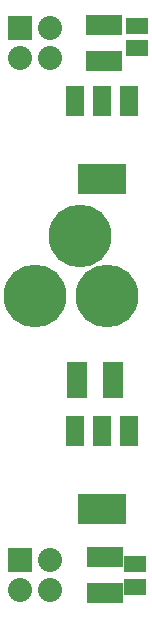
<source format=gts>
G04 (created by PCBNEW-RS274X (2012-01-19 BZR 3256)-stable) date 15/02/2013 12:54:05*
G01*
G70*
G90*
%MOIN*%
G04 Gerber Fmt 3.4, Leading zero omitted, Abs format*
%FSLAX34Y34*%
G04 APERTURE LIST*
%ADD10C,0.006000*%
%ADD11R,0.070000X0.120000*%
%ADD12R,0.120000X0.070000*%
%ADD13R,0.075000X0.055000*%
%ADD14R,0.080000X0.080000*%
%ADD15C,0.080000*%
%ADD16R,0.164000X0.100000*%
%ADD17R,0.060000X0.100000*%
%ADD18C,0.209000*%
G04 APERTURE END LIST*
G54D10*
G54D11*
X68400Y-46250D03*
X69600Y-46250D03*
G54D12*
X69300Y-34400D03*
X69300Y-35600D03*
X69320Y-52130D03*
X69320Y-53330D03*
G54D13*
X70320Y-52375D03*
X70320Y-53125D03*
X70400Y-34425D03*
X70400Y-35175D03*
G54D14*
X66500Y-34500D03*
G54D15*
X66500Y-35500D03*
X67500Y-34500D03*
X67500Y-35500D03*
G54D14*
X66500Y-52250D03*
G54D15*
X66500Y-53250D03*
X67500Y-52250D03*
X67500Y-53250D03*
G54D16*
X69250Y-39550D03*
G54D17*
X69250Y-36950D03*
X68350Y-36950D03*
X70150Y-36950D03*
G54D16*
X69250Y-50550D03*
G54D17*
X69250Y-47950D03*
X68350Y-47950D03*
X70150Y-47950D03*
G54D18*
X69400Y-43450D03*
X67000Y-43450D03*
X68500Y-41450D03*
M02*

</source>
